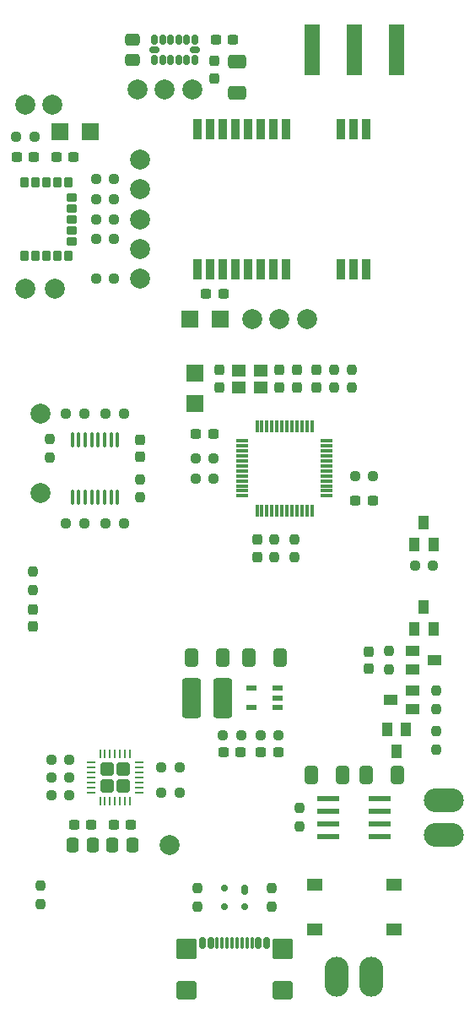
<source format=gbp>
%TF.GenerationSoftware,KiCad,Pcbnew,9.0.4*%
%TF.CreationDate,2025-09-21T10:52:25+02:00*%
%TF.ProjectId,Spoke,53706f6b-652e-46b6-9963-61645f706362,2.0*%
%TF.SameCoordinates,PX5f5e100PY5f5e100*%
%TF.FileFunction,Paste,Bot*%
%TF.FilePolarity,Positive*%
%FSLAX46Y46*%
G04 Gerber Fmt 4.6, Leading zero omitted, Abs format (unit mm)*
G04 Created by KiCad (PCBNEW 9.0.4) date 2025-09-21 10:52:25*
%MOMM*%
%LPD*%
G01*
G04 APERTURE LIST*
G04 Aperture macros list*
%AMRoundRect*
0 Rectangle with rounded corners*
0 $1 Rounding radius*
0 $2 $3 $4 $5 $6 $7 $8 $9 X,Y pos of 4 corners*
0 Add a 4 corners polygon primitive as box body*
4,1,4,$2,$3,$4,$5,$6,$7,$8,$9,$2,$3,0*
0 Add four circle primitives for the rounded corners*
1,1,$1+$1,$2,$3*
1,1,$1+$1,$4,$5*
1,1,$1+$1,$6,$7*
1,1,$1+$1,$8,$9*
0 Add four rect primitives between the rounded corners*
20,1,$1+$1,$2,$3,$4,$5,0*
20,1,$1+$1,$4,$5,$6,$7,0*
20,1,$1+$1,$6,$7,$8,$9,0*
20,1,$1+$1,$8,$9,$2,$3,0*%
G04 Aperture macros list end*
%ADD10R,1.400000X1.000000*%
%ADD11RoundRect,0.237500X0.300000X0.237500X-0.300000X0.237500X-0.300000X-0.237500X0.300000X-0.237500X0*%
%ADD12RoundRect,0.237500X-0.237500X0.300000X-0.237500X-0.300000X0.237500X-0.300000X0.237500X0.300000X0*%
%ADD13RoundRect,0.237500X0.250000X0.237500X-0.250000X0.237500X-0.250000X-0.237500X0.250000X-0.237500X0*%
%ADD14RoundRect,0.237500X0.237500X-0.250000X0.237500X0.250000X-0.237500X0.250000X-0.237500X-0.250000X0*%
%ADD15C,2.000000*%
%ADD16RoundRect,0.250000X-0.337500X-0.475000X0.337500X-0.475000X0.337500X0.475000X-0.337500X0.475000X0*%
%ADD17RoundRect,0.237500X-0.250000X-0.237500X0.250000X-0.237500X0.250000X0.237500X-0.250000X0.237500X0*%
%ADD18R,1.000000X1.400000*%
%ADD19RoundRect,0.250000X0.650000X-0.412500X0.650000X0.412500X-0.650000X0.412500X-0.650000X-0.412500X0*%
%ADD20RoundRect,0.237500X0.237500X-0.300000X0.237500X0.300000X-0.237500X0.300000X-0.237500X-0.300000X0*%
%ADD21RoundRect,0.237500X-0.237500X0.250000X-0.237500X-0.250000X0.237500X-0.250000X0.237500X0.250000X0*%
%ADD22R,0.900000X2.000000*%
%ADD23RoundRect,0.237500X-0.300000X-0.237500X0.300000X-0.237500X0.300000X0.237500X-0.300000X0.237500X0*%
%ADD24RoundRect,0.175000X0.175000X0.325000X-0.175000X0.325000X-0.175000X-0.325000X0.175000X-0.325000X0*%
%ADD25RoundRect,0.150000X0.200000X0.150000X-0.200000X0.150000X-0.200000X-0.150000X0.200000X-0.150000X0*%
%ADD26O,2.400000X4.000000*%
%ADD27RoundRect,0.250000X-0.412500X-0.650000X0.412500X-0.650000X0.412500X0.650000X-0.412500X0.650000X0*%
%ADD28R,1.800000X1.700000*%
%ADD29RoundRect,0.150000X0.150000X-0.325000X0.150000X0.325000X-0.150000X0.325000X-0.150000X-0.325000X0*%
%ADD30RoundRect,0.150000X0.325000X-0.150000X0.325000X0.150000X-0.325000X0.150000X-0.325000X-0.150000X0*%
%ADD31R,1.550000X1.300000*%
%ADD32R,2.200000X0.600000*%
%ADD33R,1.400000X1.200000*%
%ADD34RoundRect,0.250000X-0.475000X0.337500X-0.475000X-0.337500X0.475000X-0.337500X0.475000X0.337500X0*%
%ADD35RoundRect,0.250000X0.412500X0.650000X-0.412500X0.650000X-0.412500X-0.650000X0.412500X-0.650000X0*%
%ADD36R,0.300000X1.200000*%
%ADD37R,1.200000X0.300000*%
%ADD38R,1.500000X5.080000*%
%ADD39R,1.700000X1.800000*%
%ADD40RoundRect,0.250000X0.415000X-0.415000X0.415000X0.415000X-0.415000X0.415000X-0.415000X-0.415000X0*%
%ADD41RoundRect,0.062500X0.062500X-0.387500X0.062500X0.387500X-0.062500X0.387500X-0.062500X-0.387500X0*%
%ADD42RoundRect,0.062500X0.387500X-0.062500X0.387500X0.062500X-0.387500X0.062500X-0.387500X-0.062500X0*%
%ADD43O,4.000000X2.400000*%
%ADD44RoundRect,0.250000X0.337500X0.475000X-0.337500X0.475000X-0.337500X-0.475000X0.337500X-0.475000X0*%
%ADD45RoundRect,0.126000X0.294000X0.354000X-0.294000X0.354000X-0.294000X-0.354000X0.294000X-0.354000X0*%
%ADD46RoundRect,0.126000X-0.354000X0.294000X-0.354000X-0.294000X0.354000X-0.294000X0.354000X0.294000X0*%
%ADD47RoundRect,0.100000X0.100000X-0.637500X0.100000X0.637500X-0.100000X0.637500X-0.100000X-0.637500X0*%
%ADD48RoundRect,0.150000X0.150000X0.425000X-0.150000X0.425000X-0.150000X-0.425000X0.150000X-0.425000X0*%
%ADD49RoundRect,0.075000X0.075000X0.500000X-0.075000X0.500000X-0.075000X-0.500000X0.075000X-0.500000X0*%
%ADD50RoundRect,0.180000X0.820000X0.720000X-0.820000X0.720000X-0.820000X-0.720000X0.820000X-0.720000X0*%
%ADD51RoundRect,0.200000X0.800000X0.850000X-0.800000X0.850000X-0.800000X-0.850000X0.800000X-0.850000X0*%
%ADD52R,1.100000X0.600000*%
%ADD53RoundRect,0.285000X0.665000X1.715000X-0.665000X1.715000X-0.665000X-1.715000X0.665000X-1.715000X0*%
G04 APERTURE END LIST*
D10*
%TO.C,Q3*%
X17900000Y-15200000D03*
X17900000Y-13300000D03*
X20100000Y-14250000D03*
%TD*%
D11*
%TO.C,C21*%
X-20137500Y36250000D03*
X-21862500Y36250000D03*
%TD*%
D12*
%TO.C,C15*%
X-1500000Y14862500D03*
X-1500000Y13137500D03*
%TD*%
D13*
%TO.C,R25*%
X-12087500Y24000000D03*
X-13912500Y24000000D03*
%TD*%
D11*
%TO.C,C6*%
X-10387500Y-30750000D03*
X-12112500Y-30750000D03*
%TD*%
D14*
%TO.C,R22*%
X6000000Y-3912500D03*
X6000000Y-2087500D03*
%TD*%
D12*
%TO.C,C11*%
X-9500000Y7862500D03*
X-9500000Y6137500D03*
%TD*%
D14*
%TO.C,R13*%
X-9500000Y2087500D03*
X-9500000Y3912500D03*
%TD*%
D15*
%TO.C,TP15*%
X-7000000Y43000000D03*
%TD*%
%TO.C,TP4*%
X-9500000Y24000000D03*
%TD*%
D16*
%TO.C,C2*%
X-16287500Y-32750000D03*
X-14212500Y-32750000D03*
%TD*%
D13*
%TO.C,R33*%
X-15087500Y10500000D03*
X-16912500Y10500000D03*
%TD*%
D17*
%TO.C,R11*%
X-7324500Y-24984000D03*
X-5499500Y-24984000D03*
%TD*%
D18*
%TO.C,Q4*%
X19950000Y-2600000D03*
X18050000Y-2600000D03*
X19000000Y-400000D03*
%TD*%
D19*
%TO.C,C31*%
X250000Y42687500D03*
X250000Y45812500D03*
%TD*%
D11*
%TO.C,C26*%
X-1137500Y22500000D03*
X-2862500Y22500000D03*
%TD*%
D20*
%TO.C,C4*%
X13500000Y-15112500D03*
X13500000Y-13387500D03*
%TD*%
D21*
%TO.C,R4*%
X6500000Y-29087500D03*
X6500000Y-30912500D03*
%TD*%
D15*
%TO.C,TP1*%
X-6500000Y-32750000D03*
%TD*%
D14*
%TO.C,R35*%
X11750000Y13087500D03*
X11750000Y14912500D03*
%TD*%
D15*
%TO.C,TP10*%
X-21000000Y41500000D03*
%TD*%
D22*
%TO.C,A2*%
X13250000Y25000000D03*
X11980000Y25000000D03*
X10710000Y25000000D03*
X5140000Y25000000D03*
X3870000Y25000000D03*
X2600000Y25000000D03*
X1330000Y25000000D03*
X60000Y25000000D03*
X-1210000Y25000000D03*
X-2480000Y25000000D03*
X-3750000Y25000000D03*
X-3750000Y39000000D03*
X-2480000Y39000000D03*
X-1210000Y39000000D03*
X60000Y39000000D03*
X1330000Y39000000D03*
X2600000Y39000000D03*
X3870000Y39000000D03*
X5140000Y39000000D03*
X10710000Y39000000D03*
X11980000Y39000000D03*
X13250000Y39000000D03*
%TD*%
D15*
%TO.C,TP6*%
X-9500000Y33000000D03*
%TD*%
D13*
%TO.C,R29*%
X-12087500Y28000000D03*
X-13912500Y28000000D03*
%TD*%
D23*
%TO.C,C23*%
X-17862500Y36250000D03*
X-16137500Y36250000D03*
%TD*%
D14*
%TO.C,R3*%
X3750000Y-38912500D03*
X3750000Y-37087500D03*
%TD*%
D24*
%TO.C,U1*%
X1000000Y-37250000D03*
D25*
X1000000Y-38950000D03*
X-1000000Y-38950000D03*
X-1000000Y-37050000D03*
%TD*%
D26*
%TO.C,J5*%
X10250000Y-46000000D03*
%TD*%
D15*
%TO.C,TP17*%
X-9750000Y43000000D03*
%TD*%
D20*
%TO.C,C19*%
X4500000Y13137500D03*
X4500000Y14862500D03*
%TD*%
D27*
%TO.C,C5*%
X13187500Y-25750000D03*
X16312500Y-25750000D03*
%TD*%
D28*
%TO.C,C14*%
X-4000000Y11475000D03*
X-4000000Y14525000D03*
%TD*%
D21*
%TO.C,R28*%
X-19500000Y-36837500D03*
X-19500000Y-38662500D03*
%TD*%
D17*
%TO.C,R18*%
X-12912500Y10500000D03*
X-11087500Y10500000D03*
%TD*%
D29*
%TO.C,U7*%
X-4000000Y46000000D03*
X-4800000Y46000000D03*
X-5600000Y46000000D03*
X-6400000Y46000000D03*
X-7200000Y46000000D03*
X-8000000Y46000000D03*
D30*
X-8000000Y47000000D03*
D29*
X-8000000Y48000000D03*
X-7200000Y48000000D03*
X-6400000Y48000000D03*
X-5600000Y48000000D03*
X-4800000Y48000000D03*
X-4000000Y48000000D03*
D30*
X-4000000Y47000000D03*
%TD*%
D14*
%TO.C,R1*%
X-3750000Y-38912500D03*
X-3750000Y-37087500D03*
%TD*%
D15*
%TO.C,TP8*%
X-21000000Y23000000D03*
%TD*%
D18*
%TO.C,Q1*%
X15300000Y-21150000D03*
X17200000Y-21150000D03*
X16250000Y-23350000D03*
%TD*%
D31*
%TO.C,SW4*%
X8020000Y-41250000D03*
X15980000Y-41250000D03*
X8020000Y-36750000D03*
X15980000Y-36750000D03*
%TD*%
D32*
%TO.C,U2*%
X9400000Y-31905000D03*
X9400000Y-30635000D03*
X9400000Y-29365000D03*
X9400000Y-28095000D03*
X14600000Y-28095000D03*
X14600000Y-29365000D03*
X14600000Y-30635000D03*
X14600000Y-31905000D03*
%TD*%
D12*
%TO.C,C32*%
X-2000000Y45862500D03*
X-2000000Y44137500D03*
%TD*%
D13*
%TO.C,R39*%
X-2087500Y4000000D03*
X-3912500Y4000000D03*
%TD*%
D12*
%TO.C,C10*%
X-20250000Y-9137500D03*
X-20250000Y-10862500D03*
%TD*%
D13*
%TO.C,R16*%
X4412500Y-21750000D03*
X2587500Y-21750000D03*
%TD*%
D17*
%TO.C,R34*%
X-12912500Y-500000D03*
X-11087500Y-500000D03*
%TD*%
%TO.C,R12*%
X-7324500Y-27524000D03*
X-5499500Y-27524000D03*
%TD*%
D26*
%TO.C,J6*%
X13750000Y-46000000D03*
%TD*%
D11*
%TO.C,C20*%
X-2137500Y8500000D03*
X-3862500Y8500000D03*
%TD*%
D27*
%TO.C,C8*%
X1437500Y-14000000D03*
X4562500Y-14000000D03*
%TD*%
D13*
%TO.C,R8*%
X-16587500Y-24250000D03*
X-18412500Y-24250000D03*
%TD*%
D10*
%TO.C,Q2*%
X17850000Y-17250000D03*
X17850000Y-19150000D03*
X15650000Y-18200000D03*
%TD*%
D14*
%TO.C,R7*%
X20250000Y-19112500D03*
X20250000Y-17287500D03*
%TD*%
D33*
%TO.C,X1*%
X400000Y14850000D03*
X2600000Y14850000D03*
X2600000Y13150000D03*
X400000Y13150000D03*
%TD*%
D15*
%TO.C,TP14*%
X7250000Y20000000D03*
%TD*%
%TO.C,TP13*%
X-4250000Y43000000D03*
%TD*%
%TO.C,TP9*%
X-9500000Y36000000D03*
%TD*%
D34*
%TO.C,C28*%
X-10250000Y48037500D03*
X-10250000Y45962500D03*
%TD*%
D13*
%TO.C,R17*%
X19912500Y-4750000D03*
X18087500Y-4750000D03*
%TD*%
D23*
%TO.C,C9*%
X2637500Y-23500000D03*
X4362500Y-23500000D03*
%TD*%
D20*
%TO.C,C16*%
X6250000Y13137500D03*
X6250000Y14862500D03*
%TD*%
D35*
%TO.C,C1*%
X10812500Y-25750000D03*
X7687500Y-25750000D03*
%TD*%
D36*
%TO.C,U6*%
X2250000Y9250000D03*
X2750000Y9250000D03*
X3250000Y9250000D03*
X3750000Y9250000D03*
X4250000Y9250000D03*
X4750000Y9250000D03*
X5250000Y9250000D03*
X5750000Y9250000D03*
X6250000Y9250000D03*
X6750000Y9250000D03*
X7250000Y9250000D03*
X7750000Y9250000D03*
D37*
X9250000Y7750000D03*
X9250000Y7250000D03*
X9250000Y6750000D03*
X9250000Y6250000D03*
X9250000Y5750000D03*
X9250000Y5250000D03*
X9250000Y4750000D03*
X9250000Y4250000D03*
X9250000Y3750000D03*
X9250000Y3250000D03*
X9250000Y2750000D03*
X9250000Y2250000D03*
D36*
X7750000Y750000D03*
X7250000Y750000D03*
X6750000Y750000D03*
X6250000Y750000D03*
X5750000Y750000D03*
X5250000Y750000D03*
X4750000Y750000D03*
X4250000Y750000D03*
X3750000Y750000D03*
X3250000Y750000D03*
X2750000Y750000D03*
X2250000Y750000D03*
D37*
X750000Y2250000D03*
X750000Y2750000D03*
X750000Y3250000D03*
X750000Y3750000D03*
X750000Y4250000D03*
X750000Y4750000D03*
X750000Y5250000D03*
X750000Y5750000D03*
X750000Y6250000D03*
X750000Y6750000D03*
X750000Y7250000D03*
X750000Y7750000D03*
%TD*%
D15*
%TO.C,TP12*%
X-18000000Y23000000D03*
%TD*%
%TO.C,TP3*%
X-19500000Y2500000D03*
%TD*%
D21*
%TO.C,R14*%
X-18500000Y7912500D03*
X-18500000Y6087500D03*
%TD*%
D15*
%TO.C,TP7*%
X-9500000Y30000000D03*
%TD*%
D38*
%TO.C,J12*%
X12000000Y47000000D03*
X7750000Y47000000D03*
X16250000Y47000000D03*
%TD*%
D39*
%TO.C,C25*%
X-1475000Y20000000D03*
X-4525000Y20000000D03*
%TD*%
D17*
%TO.C,R32*%
X-21912500Y38250000D03*
X-20087500Y38250000D03*
%TD*%
D14*
%TO.C,R15*%
X-20250000Y-7162500D03*
X-20250000Y-5337500D03*
%TD*%
D13*
%TO.C,R21*%
X13912500Y4250000D03*
X12087500Y4250000D03*
%TD*%
%TO.C,R6*%
X-16587500Y-26000000D03*
X-18412500Y-26000000D03*
%TD*%
D23*
%TO.C,C33*%
X-1862500Y48000000D03*
X-137500Y48000000D03*
%TD*%
D11*
%TO.C,C12*%
X612500Y-23500000D03*
X-1112500Y-23500000D03*
%TD*%
D35*
%TO.C,C13*%
X-1187500Y-14000000D03*
X-4312500Y-14000000D03*
%TD*%
D15*
%TO.C,TP5*%
X-9500000Y27000000D03*
%TD*%
D17*
%TO.C,R30*%
X-13912500Y32000000D03*
X-12087500Y32000000D03*
%TD*%
D15*
%TO.C,TP18*%
X1750000Y20000000D03*
%TD*%
D21*
%TO.C,R23*%
X4000000Y-2087500D03*
X4000000Y-3912500D03*
%TD*%
D40*
%TO.C,U3*%
X-12810000Y-26810000D03*
X-11190000Y-26810000D03*
X-12810000Y-25190000D03*
X-11190000Y-25190000D03*
D41*
X-10500000Y-28400000D03*
X-11000000Y-28400000D03*
X-11500000Y-28400000D03*
X-12000000Y-28400000D03*
X-12500000Y-28400000D03*
X-13000000Y-28400000D03*
X-13500000Y-28400000D03*
D42*
X-14400000Y-27500000D03*
X-14400000Y-27000000D03*
X-14400000Y-26500000D03*
X-14400000Y-26000000D03*
X-14400000Y-25500000D03*
X-14400000Y-25000000D03*
X-14400000Y-24500000D03*
D41*
X-13500000Y-23600000D03*
X-13000000Y-23600000D03*
X-12500000Y-23600000D03*
X-12000000Y-23600000D03*
X-11500000Y-23600000D03*
X-11000000Y-23600000D03*
X-10500000Y-23600000D03*
D42*
X-9600000Y-24500000D03*
X-9600000Y-25000000D03*
X-9600000Y-25500000D03*
X-9600000Y-26000000D03*
X-9600000Y-26500000D03*
X-9600000Y-27000000D03*
X-9600000Y-27500000D03*
%TD*%
D43*
%TO.C,J2*%
X21000000Y-31750000D03*
%TD*%
D17*
%TO.C,R24*%
X-13912500Y34000000D03*
X-12087500Y34000000D03*
%TD*%
D15*
%TO.C,TP11*%
X-18250000Y41500000D03*
%TD*%
D12*
%TO.C,C18*%
X2250000Y-2137500D03*
X2250000Y-3862500D03*
%TD*%
D39*
%TO.C,C24*%
X-17525000Y38750000D03*
X-14475000Y38750000D03*
%TD*%
D15*
%TO.C,TP16*%
X4500000Y20000000D03*
%TD*%
D17*
%TO.C,R20*%
X-1162500Y-21750000D03*
X662500Y-21750000D03*
%TD*%
D14*
%TO.C,R2*%
X20250000Y-23162500D03*
X20250000Y-21337500D03*
%TD*%
D21*
%TO.C,R9*%
X15500000Y-13337500D03*
X15500000Y-15162500D03*
%TD*%
D23*
%TO.C,C3*%
X-16112500Y-30750000D03*
X-14387500Y-30750000D03*
%TD*%
D44*
%TO.C,C7*%
X-10212500Y-32750000D03*
X-12287500Y-32750000D03*
%TD*%
D17*
%TO.C,R5*%
X-18412500Y-27750000D03*
X-16587500Y-27750000D03*
%TD*%
D13*
%TO.C,R19*%
X-15087500Y-500000D03*
X-16912500Y-500000D03*
%TD*%
D43*
%TO.C,J3*%
X21000000Y-28250000D03*
%TD*%
D45*
%TO.C,A1*%
X-21100000Y33700000D03*
X-20000000Y33700000D03*
X-18900000Y33700000D03*
X-17800000Y33700000D03*
X-16700000Y33700000D03*
D46*
X-16300000Y32200000D03*
X-16300000Y31100000D03*
X-16300000Y30000000D03*
X-16300000Y28900000D03*
X-16300000Y27800000D03*
D45*
X-16700000Y26300000D03*
X-17800000Y26300000D03*
X-18900000Y26300000D03*
X-20000000Y26300000D03*
X-21100000Y26300000D03*
%TD*%
D18*
%TO.C,D1*%
X19950000Y-11100000D03*
X18050000Y-11100000D03*
X19000000Y-8900000D03*
%TD*%
D20*
%TO.C,C22*%
X8250000Y13137500D03*
X8250000Y14862500D03*
%TD*%
D47*
%TO.C,U5*%
X-11725000Y2137500D03*
X-12375000Y2137500D03*
X-13025000Y2137500D03*
X-13675000Y2137500D03*
X-14325000Y2137500D03*
X-14975000Y2137500D03*
X-15625000Y2137500D03*
X-16275000Y2137500D03*
X-16275000Y7862500D03*
X-15625000Y7862500D03*
X-14975000Y7862500D03*
X-14325000Y7862500D03*
X-13675000Y7862500D03*
X-13025000Y7862500D03*
X-12375000Y7862500D03*
X-11725000Y7862500D03*
%TD*%
D48*
%TO.C,J4*%
X3200000Y-42620000D03*
X2400000Y-42620000D03*
D49*
X1250000Y-42620000D03*
X250000Y-42620000D03*
X-250000Y-42620000D03*
X-1250000Y-42620000D03*
D48*
X-2400000Y-42620000D03*
X-3200000Y-42620000D03*
D49*
X-1750000Y-42620000D03*
X-750000Y-42620000D03*
X750000Y-42620000D03*
X1750000Y-42620000D03*
D50*
X4820000Y-47375000D03*
D51*
X4820000Y-43195000D03*
D50*
X-4820000Y-47375000D03*
D51*
X-4820000Y-43195000D03*
%TD*%
D15*
%TO.C,TP2*%
X-19500000Y10500000D03*
%TD*%
D21*
%TO.C,R36*%
X10000000Y14912500D03*
X10000000Y13087500D03*
%TD*%
D13*
%TO.C,R40*%
X-2087500Y6000000D03*
X-3912500Y6000000D03*
%TD*%
D52*
%TO.C,U4*%
X4300000Y-17050000D03*
X4300000Y-18000000D03*
X4300000Y-18950000D03*
X1700000Y-18950000D03*
X1700000Y-17050000D03*
%TD*%
D53*
%TO.C,L1*%
X-1200000Y-18000000D03*
X-4300000Y-18000000D03*
%TD*%
D23*
%TO.C,C17*%
X12137500Y1750000D03*
X13862500Y1750000D03*
%TD*%
D13*
%TO.C,R31*%
X-12087500Y30000000D03*
X-13912500Y30000000D03*
%TD*%
M02*

</source>
